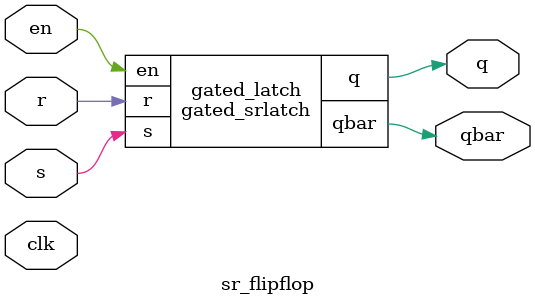
<source format=v>
`timescale 1ns / 1ps


module sr_latch(
    input s,
    input r,
    output reg q,
    output reg qbar
);
    always @(*) begin
        if (s == 1'b1 && r == 1'b1) begin
            q = 1'bx;        // Undefined state
            qbar = 1'bx;
        end else begin
            q = ~(s & qbar);
            qbar = ~(r & q);
        end
    end
endmodule





module gated_srlatch(
    input s,
    input r,
    input en,
    output q,
    output qbar
);

    // Internal signals for NAND gate inputs
    wire s_in, r_in;

    // Enable-controlled signals
    nand g3(s_in, s, en);
    nand g4(r_in, r, en);

    // SR latch behavior with NAND gates
    nand g1(q, s_in, qbar);
    nand g2(qbar, r_in, q);

endmodule


module sr_flipflop_dataflow (
    input       clk,        // Clock
    input       s,          // Inputs
    input       r,          // 
    output      q,          // Output
    output      qbar);      //

    // INTERNAL WIRES
    wire        s_in, r_in;
  
    // NAND3
    nand (s_in, s, clk);

    // NAND4
    nand (r_in, r, clk);

    // SR- LATCH -------------------------------------
    
    // NAND1
    nand (q, s_in, qbar);

    // NAND2
    nand (qbar, r_in, q);

endmodule



module sr_flipflop(
    input s,
    input r,
    input clk,
    input en,
    output q,
    output qbar
);

    // Internal wires
    wire q_latch, qbar_latch;
    
    // Instantiate SR latch
    sr_latch latch (
        .s(s),
        .r(r),
        .q(q_latch),
        .qbar(qbar_latch)
    );
    
    // Instantiate gated SR latch
    gated_srlatch gated_latch (
        .s(s),
        .r(r),
        .en(en),
        .q(q),
        .qbar(qbar)
    );
    
    // Instantiate SR flip-flop dataflow
    sr_flipflop_dataflow dataflow_flipflop (
        .clk(clk),
        .s(s),
        .r(r),
        .q(q_latch),
        .qbar(qbar_latch)
    );

endmodule

</source>
